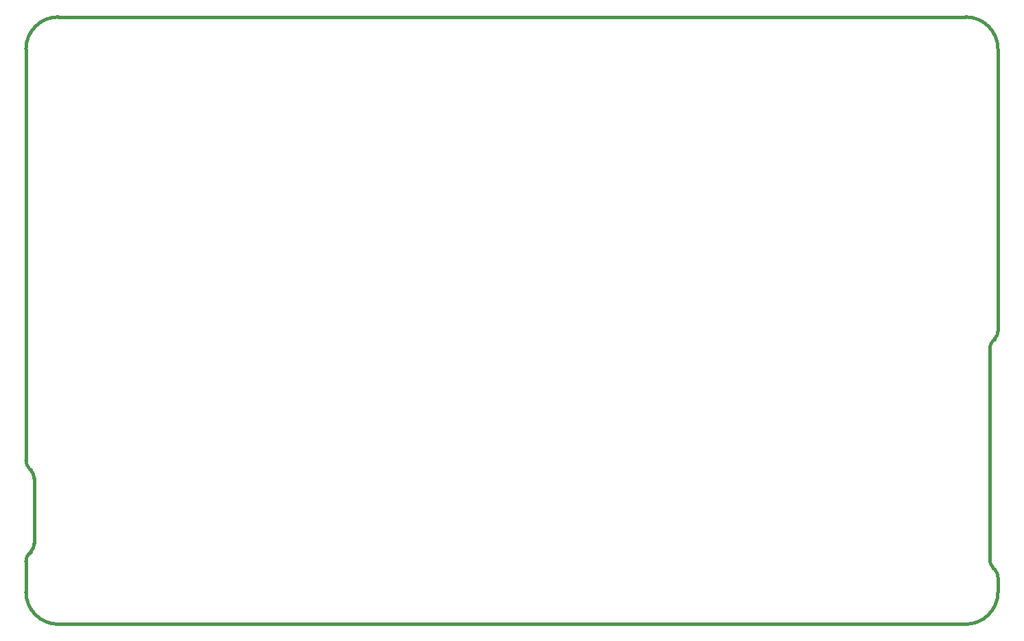
<source format=gbr>
G04 #@! TF.GenerationSoftware,KiCad,Pcbnew,8.0.4*
G04 #@! TF.CreationDate,2024-10-24T18:26:57+11:00*
G04 #@! TF.ProjectId,hackrf-one,6861636b-7266-42d6-9f6e-652e6b696361,rev?*
G04 #@! TF.SameCoordinates,Original*
G04 #@! TF.FileFunction,Profile,NP*
%FSLAX45Y45*%
G04 Gerber Fmt 4.5, Leading zero omitted, Abs format (unit mm)*
G04 Created by KiCad (PCBNEW 8.0.4) date 2024-10-24 18:26:57*
%MOMM*%
%LPD*%
G01*
G04 APERTURE LIST*
G04 #@! TA.AperFunction,Profile*
%ADD10C,0.381000*%
G04 #@! TD*
G04 APERTURE END LIST*
D10*
X4940326Y-13819494D02*
G75*
G02*
X4984260Y-13925560I-106066J-106066D01*
G01*
X16780260Y-12325560D02*
X16780260Y-14925560D01*
X5282260Y-15725560D02*
X16482260Y-15725560D01*
X4926260Y-14845560D02*
X4940260Y-14831560D01*
X4882260Y-13699560D02*
X4882260Y-8625560D01*
X16780260Y-12325560D02*
G75*
G02*
X16824194Y-12219494I150000J0D01*
G01*
X16824260Y-15031560D02*
X16838260Y-15045560D01*
X4882260Y-14951560D02*
G75*
G02*
X4926194Y-14845494I150000J0D01*
G01*
X4940260Y-13819560D02*
X4926260Y-13805560D01*
X16882260Y-10343060D02*
X16882260Y-10433060D01*
X4984260Y-14725560D02*
G75*
G02*
X4940326Y-14831626I-150000J0D01*
G01*
X4882260Y-8625560D02*
G75*
G02*
X5282260Y-8225560I400000J0D01*
G01*
X5282260Y-15725560D02*
G75*
G02*
X4882260Y-15325560I0J400000D01*
G01*
X16882260Y-15325560D02*
X16882260Y-15151560D01*
X16838326Y-15045494D02*
G75*
G02*
X16882260Y-15151560I-106066J-106066D01*
G01*
X4926194Y-13805626D02*
G75*
G02*
X4882260Y-13699560I106066J106066D01*
G01*
X16882260Y-10818060D02*
X16882260Y-10908060D01*
X16882260Y-10908060D02*
X16882260Y-12099560D01*
X16482260Y-8225560D02*
X5282260Y-8225560D01*
X16824260Y-12219560D02*
X16838260Y-12205560D01*
X16882260Y-8625560D02*
X16882260Y-10343060D01*
X4882260Y-14951560D02*
X4882260Y-15325560D01*
X4984260Y-13925560D02*
X4984260Y-14725560D01*
X16482260Y-8225560D02*
G75*
G02*
X16882260Y-8625560I0J-400000D01*
G01*
X16882260Y-15325560D02*
G75*
G02*
X16482260Y-15725560I-400000J0D01*
G01*
X16824194Y-15031626D02*
G75*
G02*
X16780260Y-14925560I106066J106066D01*
G01*
X16882260Y-12099560D02*
G75*
G02*
X16838326Y-12205626I-150000J0D01*
G01*
X16882260Y-10433060D02*
X16882260Y-10818060D01*
M02*

</source>
